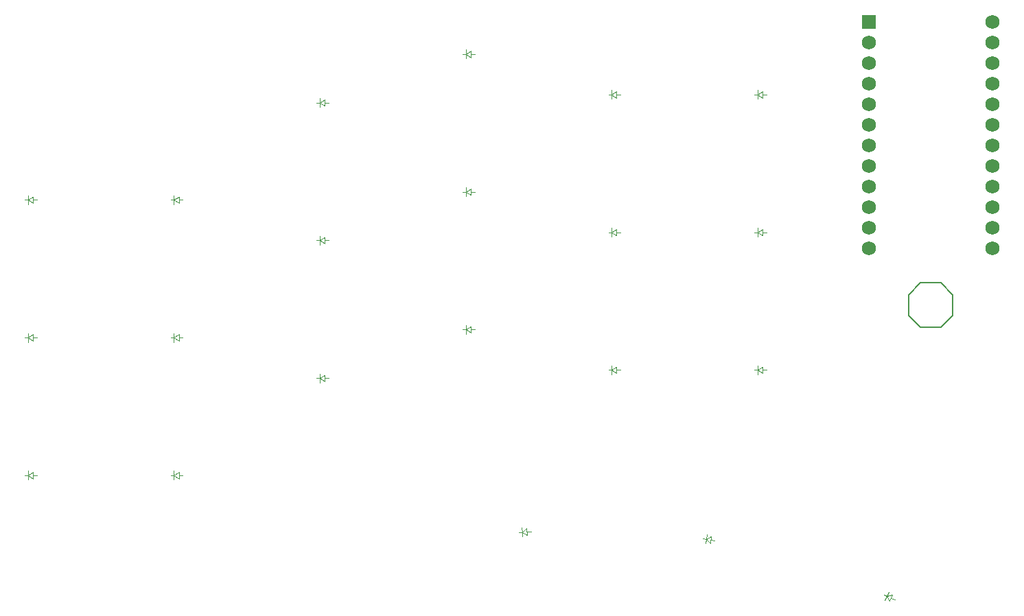
<source format=gbr>
%TF.GenerationSoftware,KiCad,Pcbnew,8.0.7*%
%TF.CreationDate,2024-12-30T14:18:56+04:00*%
%TF.ProjectId,ergoblock,6572676f-626c-46f6-936b-2e6b69636164,v1.0.0*%
%TF.SameCoordinates,Original*%
%TF.FileFunction,Legend,Bot*%
%TF.FilePolarity,Positive*%
%FSLAX46Y46*%
G04 Gerber Fmt 4.6, Leading zero omitted, Abs format (unit mm)*
G04 Created by KiCad (PCBNEW 8.0.7) date 2024-12-30 14:18:56*
%MOMM*%
%LPD*%
G01*
G04 APERTURE LIST*
%ADD10C,0.100000*%
%ADD11C,0.150000*%
%ADD12R,1.752600X1.752600*%
%ADD13C,1.752600*%
G04 APERTURE END LIST*
D10*
%TO.C,D3*%
X149250000Y-121000000D02*
X149650000Y-121000000D01*
X149650000Y-121000000D02*
X149650000Y-120450000D01*
X149650000Y-121000000D02*
X149650000Y-121550000D01*
X149650000Y-121000000D02*
X150250000Y-120600000D01*
X150250000Y-120600000D02*
X150250000Y-121400000D01*
X150250000Y-121000000D02*
X150750000Y-121000000D01*
X150250000Y-121400000D02*
X149650000Y-121000000D01*
%TO.C,D6*%
X167250000Y-121000000D02*
X167650000Y-121000000D01*
X167650000Y-121000000D02*
X167650000Y-120450000D01*
X167650000Y-121000000D02*
X167650000Y-121550000D01*
X167650000Y-121000000D02*
X168250000Y-120600000D01*
X168250000Y-120600000D02*
X168250000Y-121400000D01*
X168250000Y-121000000D02*
X168750000Y-121000000D01*
X168250000Y-121400000D02*
X167650000Y-121000000D01*
%TO.C,D14*%
X221250000Y-125000000D02*
X221650000Y-125000000D01*
X221650000Y-125000000D02*
X221650000Y-124450000D01*
X221650000Y-125000000D02*
X221650000Y-125550000D01*
X221650000Y-125000000D02*
X222250000Y-124600000D01*
X222250000Y-124600000D02*
X222250000Y-125400000D01*
X222250000Y-125000000D02*
X222750000Y-125000000D01*
X222250000Y-125400000D02*
X221650000Y-125000000D01*
%TO.C,D10*%
X203250000Y-137000000D02*
X203650000Y-137000000D01*
X203650000Y-137000000D02*
X203650000Y-136450000D01*
X203650000Y-137000000D02*
X203650000Y-137550000D01*
X203650000Y-137000000D02*
X204250000Y-136600000D01*
X204250000Y-136600000D02*
X204250000Y-137400000D01*
X204250000Y-137000000D02*
X204750000Y-137000000D01*
X204250000Y-137400000D02*
X203650000Y-137000000D01*
%TO.C,D8*%
X185250000Y-126000000D02*
X185650000Y-126000000D01*
X185650000Y-126000000D02*
X185650000Y-125450000D01*
X185650000Y-126000000D02*
X185650000Y-126550000D01*
X185650000Y-126000000D02*
X186250000Y-125600000D01*
X186250000Y-125600000D02*
X186250000Y-126400000D01*
X186250000Y-126000000D02*
X186750000Y-126000000D01*
X186250000Y-126400000D02*
X185650000Y-126000000D01*
%TO.C,D17*%
X239250000Y-125000000D02*
X239650000Y-125000000D01*
X239650000Y-125000000D02*
X239650000Y-124450000D01*
X239650000Y-125000000D02*
X239650000Y-125550000D01*
X239650000Y-125000000D02*
X240250000Y-124600000D01*
X240250000Y-124600000D02*
X240250000Y-125400000D01*
X240250000Y-125000000D02*
X240750000Y-125000000D01*
X240250000Y-125400000D02*
X239650000Y-125000000D01*
%TO.C,D12*%
X203250000Y-103000000D02*
X203650000Y-103000000D01*
X203650000Y-103000000D02*
X203650000Y-102450000D01*
X203650000Y-103000000D02*
X203650000Y-103550000D01*
X203650000Y-103000000D02*
X204250000Y-102600000D01*
X204250000Y-102600000D02*
X204250000Y-103400000D01*
X204250000Y-103000000D02*
X204750000Y-103000000D01*
X204250000Y-103400000D02*
X203650000Y-103000000D01*
%TO.C,D13*%
X221250000Y-142000000D02*
X221650000Y-142000000D01*
X221650000Y-142000000D02*
X221650000Y-141450000D01*
X221650000Y-142000000D02*
X221650000Y-142550000D01*
X221650000Y-142000000D02*
X222250000Y-141600000D01*
X222250000Y-141600000D02*
X222250000Y-142400000D01*
X222250000Y-142000000D02*
X222750000Y-142000000D01*
X222250000Y-142400000D02*
X221650000Y-142000000D01*
%TO.C,D11*%
X203250000Y-120000000D02*
X203650000Y-120000000D01*
X203650000Y-120000000D02*
X203650000Y-119450000D01*
X203650000Y-120000000D02*
X203650000Y-120550000D01*
X203650000Y-120000000D02*
X204250000Y-119600000D01*
X204250000Y-119600000D02*
X204250000Y-120400000D01*
X204250000Y-120000000D02*
X204750000Y-120000000D01*
X204250000Y-120400000D02*
X203650000Y-120000000D01*
%TO.C,D1*%
X149250000Y-155000000D02*
X149650000Y-155000000D01*
X149650000Y-155000000D02*
X149650000Y-154450000D01*
X149650000Y-155000000D02*
X149650000Y-155550000D01*
X149650000Y-155000000D02*
X150250000Y-154600000D01*
X150250000Y-154600000D02*
X150250000Y-155400000D01*
X150250000Y-155000000D02*
X150750000Y-155000000D01*
X150250000Y-155400000D02*
X149650000Y-155000000D01*
%TO.C,D5*%
X167250000Y-138000000D02*
X167650000Y-138000000D01*
X167650000Y-138000000D02*
X167650000Y-137450000D01*
X167650000Y-138000000D02*
X167650000Y-138550000D01*
X167650000Y-138000000D02*
X168250000Y-137600000D01*
X168250000Y-137600000D02*
X168250000Y-138400000D01*
X168250000Y-138000000D02*
X168750000Y-138000000D01*
X168250000Y-138400000D02*
X167650000Y-138000000D01*
%TO.C,D15*%
X221250000Y-108000000D02*
X221650000Y-108000000D01*
X221650000Y-108000000D02*
X221650000Y-107450000D01*
X221650000Y-108000000D02*
X221650000Y-108550000D01*
X221650000Y-108000000D02*
X222250000Y-107600000D01*
X222250000Y-107600000D02*
X222250000Y-108400000D01*
X222250000Y-108000000D02*
X222750000Y-108000000D01*
X222250000Y-108400000D02*
X221650000Y-108000000D01*
%TO.C,D18*%
X239250000Y-108000000D02*
X239650000Y-108000000D01*
X239650000Y-108000000D02*
X239650000Y-107450000D01*
X239650000Y-108000000D02*
X239650000Y-108550000D01*
X239650000Y-108000000D02*
X240250000Y-107600000D01*
X240250000Y-107600000D02*
X240250000Y-108400000D01*
X240250000Y-108000000D02*
X240750000Y-108000000D01*
X240250000Y-108400000D02*
X239650000Y-108000000D01*
%TO.C,D21*%
X255207178Y-169714575D02*
X255569701Y-169883623D01*
X255569701Y-169883623D02*
X255337261Y-170382092D01*
X255569701Y-169883623D02*
X255802141Y-169385153D01*
X255569701Y-169883623D02*
X256282533Y-169774670D01*
X255944439Y-170499717D02*
X255569701Y-169883623D01*
X256113486Y-170137194D02*
X256566640Y-170348503D01*
X256282533Y-169774670D02*
X255944439Y-170499717D01*
%TO.C,D7*%
X185250000Y-143000000D02*
X185650000Y-143000000D01*
X185650000Y-143000000D02*
X185650000Y-142450000D01*
X185650000Y-143000000D02*
X185650000Y-143550000D01*
X185650000Y-143000000D02*
X186250000Y-142600000D01*
X186250000Y-142600000D02*
X186250000Y-143400000D01*
X186250000Y-143000000D02*
X186750000Y-143000000D01*
X186250000Y-143400000D02*
X185650000Y-143000000D01*
%TO.C,D2*%
X149250000Y-138000000D02*
X149650000Y-138000000D01*
X149650000Y-138000000D02*
X149650000Y-137450000D01*
X149650000Y-138000000D02*
X149650000Y-138550000D01*
X149650000Y-138000000D02*
X150250000Y-137600000D01*
X150250000Y-137600000D02*
X150250000Y-138400000D01*
X150250000Y-138000000D02*
X150750000Y-138000000D01*
X150250000Y-138400000D02*
X149650000Y-138000000D01*
%TO.C,D9*%
X185250000Y-109000000D02*
X185650000Y-109000000D01*
X185650000Y-109000000D02*
X185650000Y-108450000D01*
X185650000Y-109000000D02*
X185650000Y-109550000D01*
X185650000Y-109000000D02*
X186250000Y-108600000D01*
X186250000Y-108600000D02*
X186250000Y-109400000D01*
X186250000Y-109000000D02*
X186750000Y-109000000D01*
X186250000Y-109400000D02*
X185650000Y-109000000D01*
%TO.C,D19*%
X210188633Y-162046341D02*
X210587111Y-162011480D01*
X210587111Y-162011480D02*
X210539175Y-161463571D01*
X210587111Y-162011480D02*
X210635047Y-162559386D01*
X210587111Y-162011480D02*
X211149965Y-161560707D01*
X211149965Y-161560707D02*
X211219690Y-162357663D01*
X211184828Y-161959185D02*
X211682925Y-161915607D01*
X211219690Y-162357663D02*
X210587111Y-162011480D01*
%TO.C,D20*%
X232893153Y-162793803D02*
X233287076Y-162863262D01*
X233287076Y-162863262D02*
X233191570Y-163404906D01*
X233287076Y-162863262D02*
X233382583Y-162321618D01*
X233287076Y-162863262D02*
X233947420Y-162573528D01*
X233808502Y-163361374D02*
X233287076Y-162863262D01*
X233877961Y-162967451D02*
X234370365Y-163054275D01*
X233947420Y-162573528D02*
X233808502Y-163361374D01*
%TO.C,D4*%
X167250000Y-155000000D02*
X167650000Y-155000000D01*
X167650000Y-155000000D02*
X167650000Y-154450000D01*
X167650000Y-155000000D02*
X167650000Y-155550000D01*
X167650000Y-155000000D02*
X168250000Y-154600000D01*
X168250000Y-154600000D02*
X168250000Y-155400000D01*
X168250000Y-155000000D02*
X168750000Y-155000000D01*
X168250000Y-155400000D02*
X167650000Y-155000000D01*
D11*
%TO.C,B2*%
X258250000Y-132750000D02*
X258250000Y-135250000D01*
X259750000Y-131250000D02*
X258250000Y-132750000D01*
X259750000Y-136750000D02*
X258250000Y-135250000D01*
X262250000Y-131250000D02*
X259750000Y-131250000D01*
X262250000Y-131250000D02*
X263750000Y-132750000D01*
X262250000Y-136750000D02*
X259750000Y-136750000D01*
X262250000Y-136750000D02*
X263750000Y-135250000D01*
X263750000Y-132750000D02*
X263750000Y-135250000D01*
D10*
%TO.C,D16*%
X239250000Y-142000000D02*
X239650000Y-142000000D01*
X239650000Y-142000000D02*
X239650000Y-141450000D01*
X239650000Y-142000000D02*
X239650000Y-142550000D01*
X239650000Y-142000000D02*
X240250000Y-141600000D01*
X240250000Y-141600000D02*
X240250000Y-142400000D01*
X240250000Y-142000000D02*
X240750000Y-142000000D01*
X240250000Y-142400000D02*
X239650000Y-142000000D01*
%TD*%
D12*
%TO.C,MCU1*%
X253380000Y-99030000D03*
D13*
X253380000Y-101570000D03*
X253380000Y-104110000D03*
X253380000Y-106650000D03*
X253380000Y-109190000D03*
X253380000Y-111730000D03*
X253380000Y-114270000D03*
X253380000Y-116810000D03*
X253380000Y-119350000D03*
X253380000Y-121890000D03*
X253380000Y-124430000D03*
X253380000Y-126970000D03*
X268620000Y-99030000D03*
X268620000Y-101570000D03*
X268620000Y-104110000D03*
X268620000Y-106650000D03*
X268620000Y-109190000D03*
X268620000Y-111730000D03*
X268620000Y-114270000D03*
X268620000Y-116810000D03*
X268620000Y-119350000D03*
X268620000Y-121890000D03*
X268620000Y-124430000D03*
X268620000Y-126970000D03*
%TD*%
M02*

</source>
